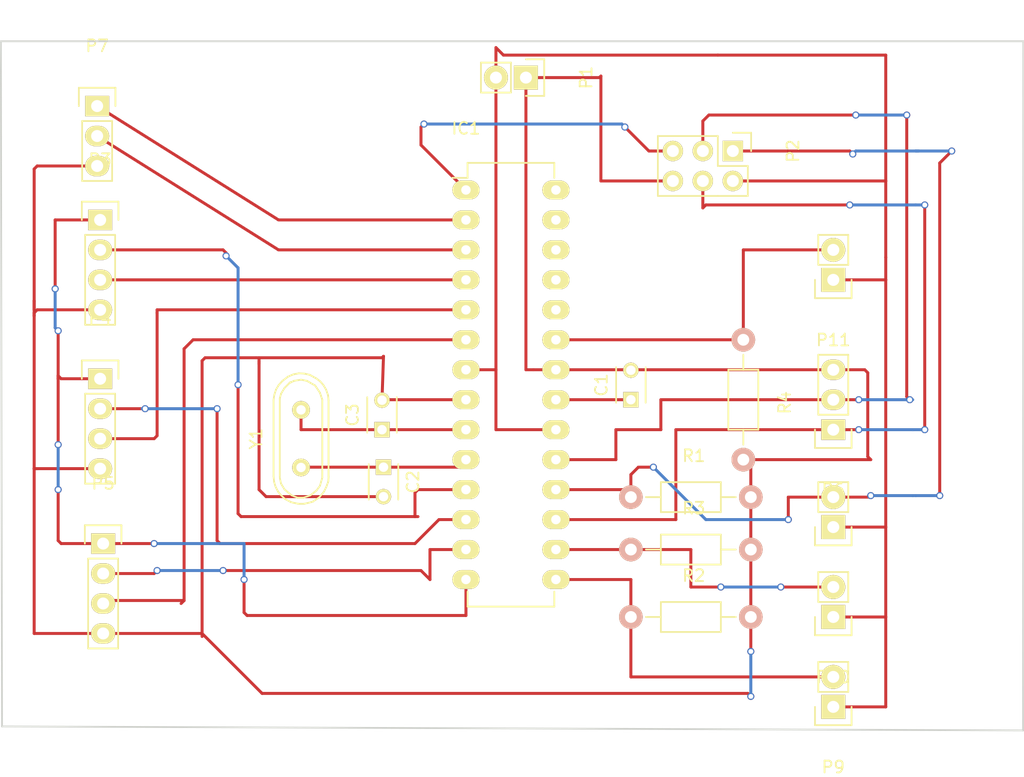
<source format=kicad_pcb>
(kicad_pcb (version 20171130) (host pcbnew "(5.1.12)-1")

  (general
    (thickness 1.6)
    (drawings 12)
    (tracks 244)
    (zones 0)
    (modules 20)
    (nets 27)
  )

  (page A4)
  (layers
    (0 F.Cu signal)
    (31 B.Cu signal)
    (32 B.Adhes user)
    (33 F.Adhes user)
    (34 B.Paste user)
    (35 F.Paste user)
    (36 B.SilkS user)
    (37 F.SilkS user)
    (38 B.Mask user)
    (39 F.Mask user)
    (40 Dwgs.User user)
    (41 Cmts.User user)
    (42 Eco1.User user)
    (43 Eco2.User user)
    (44 Edge.Cuts user)
    (45 Margin user)
    (46 B.CrtYd user)
    (47 F.CrtYd user)
    (48 B.Fab user)
    (49 F.Fab user)
  )

  (setup
    (last_trace_width 0.25)
    (trace_clearance 0.25)
    (zone_clearance 0.508)
    (zone_45_only no)
    (trace_min 0.2)
    (via_size 0.6)
    (via_drill 0.4)
    (via_min_size 0.4)
    (via_min_drill 0.3)
    (uvia_size 0.3)
    (uvia_drill 0.1)
    (uvias_allowed no)
    (uvia_min_size 0.2)
    (uvia_min_drill 0.1)
    (edge_width 0.15)
    (segment_width 0.2)
    (pcb_text_width 0.3)
    (pcb_text_size 1.5 1.5)
    (mod_edge_width 0.15)
    (mod_text_size 1 1)
    (mod_text_width 0.15)
    (pad_size 1.524 1.524)
    (pad_drill 0.762)
    (pad_to_mask_clearance 0.2)
    (aux_axis_origin 0 0)
    (visible_elements 7FFFFFFF)
    (pcbplotparams
      (layerselection 0x00030_80000001)
      (usegerberextensions false)
      (usegerberattributes true)
      (usegerberadvancedattributes true)
      (creategerberjobfile true)
      (excludeedgelayer true)
      (linewidth 0.100000)
      (plotframeref false)
      (viasonmask false)
      (mode 1)
      (useauxorigin false)
      (hpglpennumber 1)
      (hpglpenspeed 20)
      (hpglpendiameter 15.000000)
      (psnegative false)
      (psa4output false)
      (plotreference true)
      (plotvalue true)
      (plotinvisibletext false)
      (padsonsilk false)
      (subtractmaskfromsilk false)
      (outputformat 1)
      (mirror false)
      (drillshape 1)
      (scaleselection 1)
      (outputdirectory ""))
  )

  (net 0 "")
  (net 1 "Net-(C1-Pad1)")
  (net 2 GND)
  (net 3 "Net-(C2-Pad1)")
  (net 4 "Net-(C3-Pad1)")
  (net 5 /RESET)
  (net 6 /Rx_int)
  (net 7 /Tx_int)
  (net 8 /step_X)
  (net 9 /step_Y)
  (net 10 /step_Z)
  (net 11 VCC)
  (net 12 /dir_X)
  (net 13 /dir_Y)
  (net 14 /dir_Z)
  (net 15 /enable)
  (net 16 /lim_X)
  (net 17 /lim_Y)
  (net 18 /MOSI)
  (net 19 /MISO)
  (net 20 /SCK)
  (net 21 /button_stop)
  (net 22 "Net-(IC1-Pad24)")
  (net 23 "Net-(IC1-Pad25)")
  (net 24 "Net-(IC1-Pad26)")
  (net 25 "Net-(IC1-Pad27)")
  (net 26 "Net-(IC1-Pad28)")

  (net_class Default "This is the default net class."
    (clearance 0.25)
    (trace_width 0.25)
    (via_dia 0.6)
    (via_drill 0.4)
    (uvia_dia 0.3)
    (uvia_drill 0.1)
    (add_net /MISO)
    (add_net /MOSI)
    (add_net /RESET)
    (add_net /Rx_int)
    (add_net /SCK)
    (add_net /Tx_int)
    (add_net /button_stop)
    (add_net /dir_X)
    (add_net /dir_Y)
    (add_net /dir_Z)
    (add_net /enable)
    (add_net /lim_X)
    (add_net /lim_Y)
    (add_net /step_X)
    (add_net /step_Y)
    (add_net /step_Z)
    (add_net GND)
    (add_net "Net-(C1-Pad1)")
    (add_net "Net-(C2-Pad1)")
    (add_net "Net-(C3-Pad1)")
    (add_net "Net-(IC1-Pad24)")
    (add_net "Net-(IC1-Pad25)")
    (add_net "Net-(IC1-Pad26)")
    (add_net "Net-(IC1-Pad27)")
    (add_net "Net-(IC1-Pad28)")
    (add_net VCC)
  )

  (module Capacitors_ThroughHole:C_Disc_D3_P2.5 (layer F.Cu) (tedit 0) (tstamp 562D4CEA)
    (at 170.18 76.2 90)
    (descr "Capacitor 3mm Disc, Pitch 2.5mm")
    (tags Capacitor)
    (path /562DC51F)
    (fp_text reference C1 (at 1.25 -2.5 90) (layer F.SilkS)
      (effects (font (size 1 1) (thickness 0.15)))
    )
    (fp_text value 100n (at 1.25 2.5 90) (layer F.Fab)
      (effects (font (size 1 1) (thickness 0.15)))
    )
    (fp_line (start 2.75 1.25) (end -0.25 1.25) (layer F.SilkS) (width 0.15))
    (fp_line (start -0.25 -1.25) (end 2.75 -1.25) (layer F.SilkS) (width 0.15))
    (fp_line (start -0.9 1.5) (end -0.9 -1.5) (layer F.CrtYd) (width 0.05))
    (fp_line (start 3.4 1.5) (end -0.9 1.5) (layer F.CrtYd) (width 0.05))
    (fp_line (start 3.4 -1.5) (end 3.4 1.5) (layer F.CrtYd) (width 0.05))
    (fp_line (start -0.9 -1.5) (end 3.4 -1.5) (layer F.CrtYd) (width 0.05))
    (pad 1 thru_hole rect (at 0 0 90) (size 1.3 1.3) (drill 0.8) (layers *.Cu *.Mask F.SilkS)
      (net 1 "Net-(C1-Pad1)"))
    (pad 2 thru_hole circle (at 2.5 0 90) (size 1.3 1.3) (drill 0.8001) (layers *.Cu *.Mask F.SilkS)
      (net 2 GND))
    (model Capacitors_ThroughHole.3dshapes/C_Disc_D3_P2.5.wrl
      (offset (xyz 1.250000021226883 0 0))
      (scale (xyz 1 1 1))
      (rotate (xyz 0 0 0))
    )
  )

  (module Capacitors_ThroughHole:C_Disc_D3_P2.5 (layer F.Cu) (tedit 562D4F08) (tstamp 562D4CF6)
    (at 149.225 81.915 270)
    (descr "Capacitor 3mm Disc, Pitch 2.5mm")
    (tags Capacitor)
    (path /562AAB38)
    (fp_text reference C2 (at 1.25 -2.5 270) (layer F.SilkS)
      (effects (font (size 1 1) (thickness 0.15)))
    )
    (fp_text value "22 pF" (at 1.27 2.54 270) (layer F.Fab)
      (effects (font (size 1 1) (thickness 0.15)))
    )
    (fp_line (start 2.75 1.25) (end -0.25 1.25) (layer F.SilkS) (width 0.15))
    (fp_line (start -0.25 -1.25) (end 2.75 -1.25) (layer F.SilkS) (width 0.15))
    (fp_line (start -0.9 1.5) (end -0.9 -1.5) (layer F.CrtYd) (width 0.05))
    (fp_line (start 3.4 1.5) (end -0.9 1.5) (layer F.CrtYd) (width 0.05))
    (fp_line (start 3.4 -1.5) (end 3.4 1.5) (layer F.CrtYd) (width 0.05))
    (fp_line (start -0.9 -1.5) (end 3.4 -1.5) (layer F.CrtYd) (width 0.05))
    (pad 1 thru_hole rect (at 0 0 270) (size 1.3 1.3) (drill 0.8) (layers *.Cu *.Mask F.SilkS)
      (net 3 "Net-(C2-Pad1)"))
    (pad 2 thru_hole circle (at 2.5 0 270) (size 1.3 1.3) (drill 0.8001) (layers *.Cu *.Mask F.SilkS)
      (net 2 GND))
    (model Capacitors_ThroughHole.3dshapes/C_Disc_D3_P2.5.wrl
      (offset (xyz 1.250000021226883 0 0))
      (scale (xyz 1 1 1))
      (rotate (xyz 0 0 0))
    )
  )

  (module Capacitors_ThroughHole:C_Disc_D3_P2.5 (layer F.Cu) (tedit 562D4C90) (tstamp 562D4D02)
    (at 149.098 78.74 90)
    (descr "Capacitor 3mm Disc, Pitch 2.5mm")
    (tags Capacitor)
    (path /562AAE12)
    (fp_text reference C3 (at 1.25 -2.5 90) (layer F.SilkS)
      (effects (font (size 1 1) (thickness 0.15)))
    )
    (fp_text value "22 pF" (at 1.27 2.54 90) (layer F.Fab)
      (effects (font (size 1 1) (thickness 0.15)))
    )
    (fp_line (start 2.75 1.25) (end -0.25 1.25) (layer F.SilkS) (width 0.15))
    (fp_line (start -0.25 -1.25) (end 2.75 -1.25) (layer F.SilkS) (width 0.15))
    (fp_line (start -0.9 1.5) (end -0.9 -1.5) (layer F.CrtYd) (width 0.05))
    (fp_line (start 3.4 1.5) (end -0.9 1.5) (layer F.CrtYd) (width 0.05))
    (fp_line (start 3.4 -1.5) (end 3.4 1.5) (layer F.CrtYd) (width 0.05))
    (fp_line (start -0.9 -1.5) (end 3.4 -1.5) (layer F.CrtYd) (width 0.05))
    (pad 1 thru_hole rect (at 0 0 90) (size 1.3 1.3) (drill 0.8) (layers *.Cu *.Mask F.SilkS)
      (net 4 "Net-(C3-Pad1)"))
    (pad 2 thru_hole circle (at 2.5 0 90) (size 1.3 1.3) (drill 0.8001) (layers *.Cu *.Mask F.SilkS)
      (net 2 GND))
    (model Capacitors_ThroughHole.3dshapes/C_Disc_D3_P2.5.wrl
      (offset (xyz 1.250000021226883 0 0))
      (scale (xyz 1 1 1))
      (rotate (xyz 0 0 0))
    )
  )

  (module Housings_DIP:DIP-28_W7.62mm_LongPads (layer F.Cu) (tedit 54130A77) (tstamp 562D4D2D)
    (at 156.21 58.42)
    (descr "28-lead dip package, row spacing 7.62 mm (300 mils), longer pads")
    (tags "dil dip 2.54 300")
    (path /562A82A8)
    (fp_text reference IC1 (at 0 -5.22) (layer F.SilkS)
      (effects (font (size 1 1) (thickness 0.15)))
    )
    (fp_text value ATMEGA328-P (at 0 -3.72) (layer F.Fab)
      (effects (font (size 1 1) (thickness 0.15)))
    )
    (fp_line (start 0.135 -1.025) (end -1.15 -1.025) (layer F.SilkS) (width 0.15))
    (fp_line (start 0.135 35.315) (end 7.485 35.315) (layer F.SilkS) (width 0.15))
    (fp_line (start 0.135 -2.295) (end 7.485 -2.295) (layer F.SilkS) (width 0.15))
    (fp_line (start 0.135 35.315) (end 0.135 34.045) (layer F.SilkS) (width 0.15))
    (fp_line (start 7.485 35.315) (end 7.485 34.045) (layer F.SilkS) (width 0.15))
    (fp_line (start 7.485 -2.295) (end 7.485 -1.025) (layer F.SilkS) (width 0.15))
    (fp_line (start 0.135 -2.295) (end 0.135 -1.025) (layer F.SilkS) (width 0.15))
    (fp_line (start -1.4 35.5) (end 9 35.5) (layer F.CrtYd) (width 0.05))
    (fp_line (start -1.4 -2.45) (end 9 -2.45) (layer F.CrtYd) (width 0.05))
    (fp_line (start 9 -2.45) (end 9 35.5) (layer F.CrtYd) (width 0.05))
    (fp_line (start -1.4 -2.45) (end -1.4 35.5) (layer F.CrtYd) (width 0.05))
    (pad 1 thru_hole oval (at 0 0) (size 2.3 1.6) (drill 0.8) (layers *.Cu *.Mask F.SilkS)
      (net 5 /RESET))
    (pad 2 thru_hole oval (at 0 2.54) (size 2.3 1.6) (drill 0.8) (layers *.Cu *.Mask F.SilkS)
      (net 6 /Rx_int))
    (pad 3 thru_hole oval (at 0 5.08) (size 2.3 1.6) (drill 0.8) (layers *.Cu *.Mask F.SilkS)
      (net 7 /Tx_int))
    (pad 4 thru_hole oval (at 0 7.62) (size 2.3 1.6) (drill 0.8) (layers *.Cu *.Mask F.SilkS)
      (net 8 /step_X))
    (pad 5 thru_hole oval (at 0 10.16) (size 2.3 1.6) (drill 0.8) (layers *.Cu *.Mask F.SilkS)
      (net 9 /step_Y))
    (pad 6 thru_hole oval (at 0 12.7) (size 2.3 1.6) (drill 0.8) (layers *.Cu *.Mask F.SilkS)
      (net 10 /step_Z))
    (pad 7 thru_hole oval (at 0 15.24) (size 2.3 1.6) (drill 0.8) (layers *.Cu *.Mask F.SilkS)
      (net 11 VCC))
    (pad 8 thru_hole oval (at 0 17.78) (size 2.3 1.6) (drill 0.8) (layers *.Cu *.Mask F.SilkS)
      (net 2 GND))
    (pad 9 thru_hole oval (at 0 20.32) (size 2.3 1.6) (drill 0.8) (layers *.Cu *.Mask F.SilkS)
      (net 4 "Net-(C3-Pad1)"))
    (pad 10 thru_hole oval (at 0 22.86) (size 2.3 1.6) (drill 0.8) (layers *.Cu *.Mask F.SilkS)
      (net 3 "Net-(C2-Pad1)"))
    (pad 11 thru_hole oval (at 0 25.4) (size 2.3 1.6) (drill 0.8) (layers *.Cu *.Mask F.SilkS)
      (net 12 /dir_X))
    (pad 12 thru_hole oval (at 0 27.94) (size 2.3 1.6) (drill 0.8) (layers *.Cu *.Mask F.SilkS)
      (net 13 /dir_Y))
    (pad 13 thru_hole oval (at 0 30.48) (size 2.3 1.6) (drill 0.8) (layers *.Cu *.Mask F.SilkS)
      (net 14 /dir_Z))
    (pad 14 thru_hole oval (at 0 33.02) (size 2.3 1.6) (drill 0.8) (layers *.Cu *.Mask F.SilkS)
      (net 15 /enable))
    (pad 15 thru_hole oval (at 7.62 33.02) (size 2.3 1.6) (drill 0.8) (layers *.Cu *.Mask F.SilkS)
      (net 16 /lim_X))
    (pad 16 thru_hole oval (at 7.62 30.48) (size 2.3 1.6) (drill 0.8) (layers *.Cu *.Mask F.SilkS)
      (net 17 /lim_Y))
    (pad 17 thru_hole oval (at 7.62 27.94) (size 2.3 1.6) (drill 0.8) (layers *.Cu *.Mask F.SilkS)
      (net 18 /MOSI))
    (pad 18 thru_hole oval (at 7.62 25.4) (size 2.3 1.6) (drill 0.8) (layers *.Cu *.Mask F.SilkS)
      (net 19 /MISO))
    (pad 19 thru_hole oval (at 7.62 22.86) (size 2.3 1.6) (drill 0.8) (layers *.Cu *.Mask F.SilkS)
      (net 20 /SCK))
    (pad 20 thru_hole oval (at 7.62 20.32) (size 2.3 1.6) (drill 0.8) (layers *.Cu *.Mask F.SilkS)
      (net 11 VCC))
    (pad 21 thru_hole oval (at 7.62 17.78) (size 2.3 1.6) (drill 0.8) (layers *.Cu *.Mask F.SilkS)
      (net 1 "Net-(C1-Pad1)"))
    (pad 22 thru_hole oval (at 7.62 15.24) (size 2.3 1.6) (drill 0.8) (layers *.Cu *.Mask F.SilkS)
      (net 2 GND))
    (pad 23 thru_hole oval (at 7.62 12.7) (size 2.3 1.6) (drill 0.8) (layers *.Cu *.Mask F.SilkS)
      (net 21 /button_stop))
    (pad 24 thru_hole oval (at 7.62 10.16) (size 2.3 1.6) (drill 0.8) (layers *.Cu *.Mask F.SilkS)
      (net 22 "Net-(IC1-Pad24)"))
    (pad 25 thru_hole oval (at 7.62 7.62) (size 2.3 1.6) (drill 0.8) (layers *.Cu *.Mask F.SilkS)
      (net 23 "Net-(IC1-Pad25)"))
    (pad 26 thru_hole oval (at 7.62 5.08) (size 2.3 1.6) (drill 0.8) (layers *.Cu *.Mask F.SilkS)
      (net 24 "Net-(IC1-Pad26)"))
    (pad 27 thru_hole oval (at 7.62 2.54) (size 2.3 1.6) (drill 0.8) (layers *.Cu *.Mask F.SilkS)
      (net 25 "Net-(IC1-Pad27)"))
    (pad 28 thru_hole oval (at 7.62 0) (size 2.3 1.6) (drill 0.8) (layers *.Cu *.Mask F.SilkS)
      (net 26 "Net-(IC1-Pad28)"))
    (model Housings_DIP.3dshapes/DIP-28_W7.62mm_LongPads.wrl
      (at (xyz 0 0 0))
      (scale (xyz 1 1 1))
      (rotate (xyz 0 0 0))
    )
  )

  (module Pin_Headers:Pin_Header_Straight_1x02 (layer F.Cu) (tedit 54EA090C) (tstamp 562D4D3E)
    (at 161.29 48.895 270)
    (descr "Through hole pin header")
    (tags "pin header")
    (path /562B588F)
    (fp_text reference P1 (at 0 -5.1 270) (layer F.SilkS)
      (effects (font (size 1 1) (thickness 0.15)))
    )
    (fp_text value CONN_5V (at 0 -3.1 270) (layer F.Fab)
      (effects (font (size 1 1) (thickness 0.15)))
    )
    (fp_line (start -1.27 3.81) (end 1.27 3.81) (layer F.SilkS) (width 0.15))
    (fp_line (start -1.27 1.27) (end -1.27 3.81) (layer F.SilkS) (width 0.15))
    (fp_line (start -1.55 -1.55) (end 1.55 -1.55) (layer F.SilkS) (width 0.15))
    (fp_line (start -1.55 0) (end -1.55 -1.55) (layer F.SilkS) (width 0.15))
    (fp_line (start 1.27 1.27) (end -1.27 1.27) (layer F.SilkS) (width 0.15))
    (fp_line (start -1.75 4.3) (end 1.75 4.3) (layer F.CrtYd) (width 0.05))
    (fp_line (start -1.75 -1.75) (end 1.75 -1.75) (layer F.CrtYd) (width 0.05))
    (fp_line (start 1.75 -1.75) (end 1.75 4.3) (layer F.CrtYd) (width 0.05))
    (fp_line (start -1.75 -1.75) (end -1.75 4.3) (layer F.CrtYd) (width 0.05))
    (fp_line (start 1.55 -1.55) (end 1.55 0) (layer F.SilkS) (width 0.15))
    (fp_line (start 1.27 1.27) (end 1.27 3.81) (layer F.SilkS) (width 0.15))
    (pad 1 thru_hole rect (at 0 0 270) (size 2.032 2.032) (drill 1.016) (layers *.Cu *.Mask F.SilkS)
      (net 2 GND))
    (pad 2 thru_hole oval (at 0 2.54 270) (size 2.032 2.032) (drill 1.016) (layers *.Cu *.Mask F.SilkS)
      (net 11 VCC))
    (model Pin_Headers.3dshapes/Pin_Header_Straight_1x02.wrl
      (offset (xyz 0 -1.269999980926514 0))
      (scale (xyz 1 1 1))
      (rotate (xyz 0 0 90))
    )
  )

  (module Pin_Headers:Pin_Header_Straight_2x03 (layer F.Cu) (tedit 54EA0A4B) (tstamp 562D4D55)
    (at 178.816 55.118 270)
    (descr "Through hole pin header")
    (tags "pin header")
    (path /562B8440)
    (fp_text reference P2 (at 0 -5.1 270) (layer F.SilkS)
      (effects (font (size 1 1) (thickness 0.15)))
    )
    (fp_text value CONN_02X03 (at 0 -3.1 270) (layer F.Fab)
      (effects (font (size 1 1) (thickness 0.15)))
    )
    (fp_line (start 3.81 1.27) (end 3.81 -1.27) (layer F.SilkS) (width 0.15))
    (fp_line (start 3.81 -1.27) (end 1.27 -1.27) (layer F.SilkS) (width 0.15))
    (fp_line (start -1.55 -1.55) (end -1.55 0) (layer F.SilkS) (width 0.15))
    (fp_line (start 3.81 6.35) (end 3.81 1.27) (layer F.SilkS) (width 0.15))
    (fp_line (start -1.27 6.35) (end 3.81 6.35) (layer F.SilkS) (width 0.15))
    (fp_line (start 1.27 1.27) (end -1.27 1.27) (layer F.SilkS) (width 0.15))
    (fp_line (start 1.27 -1.27) (end 1.27 1.27) (layer F.SilkS) (width 0.15))
    (fp_line (start -1.75 6.85) (end 4.3 6.85) (layer F.CrtYd) (width 0.05))
    (fp_line (start -1.75 -1.75) (end 4.3 -1.75) (layer F.CrtYd) (width 0.05))
    (fp_line (start 4.3 -1.75) (end 4.3 6.85) (layer F.CrtYd) (width 0.05))
    (fp_line (start -1.75 -1.75) (end -1.75 6.85) (layer F.CrtYd) (width 0.05))
    (fp_line (start -1.55 -1.55) (end 0 -1.55) (layer F.SilkS) (width 0.15))
    (fp_line (start -1.27 1.27) (end -1.27 6.35) (layer F.SilkS) (width 0.15))
    (pad 1 thru_hole rect (at 0 0 270) (size 1.7272 1.7272) (drill 1.016) (layers *.Cu *.Mask F.SilkS)
      (net 19 /MISO))
    (pad 2 thru_hole oval (at 2.54 0 270) (size 1.7272 1.7272) (drill 1.016) (layers *.Cu *.Mask F.SilkS)
      (net 11 VCC))
    (pad 3 thru_hole oval (at 0 2.54 270) (size 1.7272 1.7272) (drill 1.016) (layers *.Cu *.Mask F.SilkS)
      (net 20 /SCK))
    (pad 4 thru_hole oval (at 2.54 2.54 270) (size 1.7272 1.7272) (drill 1.016) (layers *.Cu *.Mask F.SilkS)
      (net 18 /MOSI))
    (pad 5 thru_hole oval (at 0 5.08 270) (size 1.7272 1.7272) (drill 1.016) (layers *.Cu *.Mask F.SilkS)
      (net 5 /RESET))
    (pad 6 thru_hole oval (at 2.54 5.08 270) (size 1.7272 1.7272) (drill 1.016) (layers *.Cu *.Mask F.SilkS)
      (net 2 GND))
    (model Pin_Headers.3dshapes/Pin_Header_Straight_2x03.wrl
      (offset (xyz 1.269999980926514 -2.539999961853027 0))
      (scale (xyz 1 1 1))
      (rotate (xyz 0 0 90))
    )
  )

  (module Pin_Headers:Pin_Header_Straight_1x04 (layer F.Cu) (tedit 0) (tstamp 562D4D68)
    (at 125.222 60.96)
    (descr "Through hole pin header")
    (tags "pin header")
    (path /562A87F6)
    (fp_text reference P3 (at 0 -5.1) (layer F.SilkS)
      (effects (font (size 1 1) (thickness 0.15)))
    )
    (fp_text value CONN_EJE_X (at 0 -3.1) (layer F.Fab)
      (effects (font (size 1 1) (thickness 0.15)))
    )
    (fp_line (start -1.55 -1.55) (end 1.55 -1.55) (layer F.SilkS) (width 0.15))
    (fp_line (start -1.55 0) (end -1.55 -1.55) (layer F.SilkS) (width 0.15))
    (fp_line (start 1.27 1.27) (end -1.27 1.27) (layer F.SilkS) (width 0.15))
    (fp_line (start -1.27 8.89) (end 1.27 8.89) (layer F.SilkS) (width 0.15))
    (fp_line (start 1.55 -1.55) (end 1.55 0) (layer F.SilkS) (width 0.15))
    (fp_line (start 1.27 1.27) (end 1.27 8.89) (layer F.SilkS) (width 0.15))
    (fp_line (start -1.27 1.27) (end -1.27 8.89) (layer F.SilkS) (width 0.15))
    (fp_line (start -1.75 9.4) (end 1.75 9.4) (layer F.CrtYd) (width 0.05))
    (fp_line (start -1.75 -1.75) (end 1.75 -1.75) (layer F.CrtYd) (width 0.05))
    (fp_line (start 1.75 -1.75) (end 1.75 9.4) (layer F.CrtYd) (width 0.05))
    (fp_line (start -1.75 -1.75) (end -1.75 9.4) (layer F.CrtYd) (width 0.05))
    (pad 1 thru_hole rect (at 0 0) (size 2.032 1.7272) (drill 1.016) (layers *.Cu *.Mask F.SilkS)
      (net 15 /enable))
    (pad 2 thru_hole oval (at 0 2.54) (size 2.032 1.7272) (drill 1.016) (layers *.Cu *.Mask F.SilkS)
      (net 12 /dir_X))
    (pad 3 thru_hole oval (at 0 5.08) (size 2.032 1.7272) (drill 1.016) (layers *.Cu *.Mask F.SilkS)
      (net 8 /step_X))
    (pad 4 thru_hole oval (at 0 7.62) (size 2.032 1.7272) (drill 1.016) (layers *.Cu *.Mask F.SilkS)
      (net 2 GND))
    (model Pin_Headers.3dshapes/Pin_Header_Straight_1x04.wrl
      (offset (xyz 0 -3.809999942779541 0))
      (scale (xyz 1 1 1))
      (rotate (xyz 0 0 90))
    )
  )

  (module Pin_Headers:Pin_Header_Straight_1x04 (layer F.Cu) (tedit 0) (tstamp 562D4D7B)
    (at 125.222 74.422)
    (descr "Through hole pin header")
    (tags "pin header")
    (path /562A86EB)
    (fp_text reference P4 (at 0 -5.1) (layer F.SilkS)
      (effects (font (size 1 1) (thickness 0.15)))
    )
    (fp_text value CONN_EJE_Y (at 0 -3.1) (layer F.Fab)
      (effects (font (size 1 1) (thickness 0.15)))
    )
    (fp_line (start -1.55 -1.55) (end 1.55 -1.55) (layer F.SilkS) (width 0.15))
    (fp_line (start -1.55 0) (end -1.55 -1.55) (layer F.SilkS) (width 0.15))
    (fp_line (start 1.27 1.27) (end -1.27 1.27) (layer F.SilkS) (width 0.15))
    (fp_line (start -1.27 8.89) (end 1.27 8.89) (layer F.SilkS) (width 0.15))
    (fp_line (start 1.55 -1.55) (end 1.55 0) (layer F.SilkS) (width 0.15))
    (fp_line (start 1.27 1.27) (end 1.27 8.89) (layer F.SilkS) (width 0.15))
    (fp_line (start -1.27 1.27) (end -1.27 8.89) (layer F.SilkS) (width 0.15))
    (fp_line (start -1.75 9.4) (end 1.75 9.4) (layer F.CrtYd) (width 0.05))
    (fp_line (start -1.75 -1.75) (end 1.75 -1.75) (layer F.CrtYd) (width 0.05))
    (fp_line (start 1.75 -1.75) (end 1.75 9.4) (layer F.CrtYd) (width 0.05))
    (fp_line (start -1.75 -1.75) (end -1.75 9.4) (layer F.CrtYd) (width 0.05))
    (pad 1 thru_hole rect (at 0 0) (size 2.032 1.7272) (drill 1.016) (layers *.Cu *.Mask F.SilkS)
      (net 15 /enable))
    (pad 2 thru_hole oval (at 0 2.54) (size 2.032 1.7272) (drill 1.016) (layers *.Cu *.Mask F.SilkS)
      (net 13 /dir_Y))
    (pad 3 thru_hole oval (at 0 5.08) (size 2.032 1.7272) (drill 1.016) (layers *.Cu *.Mask F.SilkS)
      (net 9 /step_Y))
    (pad 4 thru_hole oval (at 0 7.62) (size 2.032 1.7272) (drill 1.016) (layers *.Cu *.Mask F.SilkS)
      (net 2 GND))
    (model Pin_Headers.3dshapes/Pin_Header_Straight_1x04.wrl
      (offset (xyz 0 -3.809999942779541 0))
      (scale (xyz 1 1 1))
      (rotate (xyz 0 0 90))
    )
  )

  (module Pin_Headers:Pin_Header_Straight_1x04 (layer F.Cu) (tedit 0) (tstamp 562D4D8E)
    (at 125.476 88.392)
    (descr "Through hole pin header")
    (tags "pin header")
    (path /562A85F8)
    (fp_text reference P5 (at 0 -5.1) (layer F.SilkS)
      (effects (font (size 1 1) (thickness 0.15)))
    )
    (fp_text value CONN_EJE_Z (at 0 -3.1) (layer F.Fab)
      (effects (font (size 1 1) (thickness 0.15)))
    )
    (fp_line (start -1.55 -1.55) (end 1.55 -1.55) (layer F.SilkS) (width 0.15))
    (fp_line (start -1.55 0) (end -1.55 -1.55) (layer F.SilkS) (width 0.15))
    (fp_line (start 1.27 1.27) (end -1.27 1.27) (layer F.SilkS) (width 0.15))
    (fp_line (start -1.27 8.89) (end 1.27 8.89) (layer F.SilkS) (width 0.15))
    (fp_line (start 1.55 -1.55) (end 1.55 0) (layer F.SilkS) (width 0.15))
    (fp_line (start 1.27 1.27) (end 1.27 8.89) (layer F.SilkS) (width 0.15))
    (fp_line (start -1.27 1.27) (end -1.27 8.89) (layer F.SilkS) (width 0.15))
    (fp_line (start -1.75 9.4) (end 1.75 9.4) (layer F.CrtYd) (width 0.05))
    (fp_line (start -1.75 -1.75) (end 1.75 -1.75) (layer F.CrtYd) (width 0.05))
    (fp_line (start 1.75 -1.75) (end 1.75 9.4) (layer F.CrtYd) (width 0.05))
    (fp_line (start -1.75 -1.75) (end -1.75 9.4) (layer F.CrtYd) (width 0.05))
    (pad 1 thru_hole rect (at 0 0) (size 2.032 1.7272) (drill 1.016) (layers *.Cu *.Mask F.SilkS)
      (net 15 /enable))
    (pad 2 thru_hole oval (at 0 2.54) (size 2.032 1.7272) (drill 1.016) (layers *.Cu *.Mask F.SilkS)
      (net 14 /dir_Z))
    (pad 3 thru_hole oval (at 0 5.08) (size 2.032 1.7272) (drill 1.016) (layers *.Cu *.Mask F.SilkS)
      (net 10 /step_Z))
    (pad 4 thru_hole oval (at 0 7.62) (size 2.032 1.7272) (drill 1.016) (layers *.Cu *.Mask F.SilkS)
      (net 2 GND))
    (model Pin_Headers.3dshapes/Pin_Header_Straight_1x04.wrl
      (offset (xyz 0 -3.809999942779541 0))
      (scale (xyz 1 1 1))
      (rotate (xyz 0 0 90))
    )
  )

  (module Pin_Headers:Pin_Header_Straight_1x03 (layer F.Cu) (tedit 0) (tstamp 562D4DA0)
    (at 187.325 78.74 180)
    (descr "Through hole pin header")
    (tags "pin header")
    (path /562A97EA)
    (fp_text reference P6 (at 0 -5.1 180) (layer F.SilkS)
      (effects (font (size 1 1) (thickness 0.15)))
    )
    (fp_text value CONN_HUS (at 0 -3.1 180) (layer F.Fab)
      (effects (font (size 1 1) (thickness 0.15)))
    )
    (fp_line (start -1.55 -1.55) (end 1.55 -1.55) (layer F.SilkS) (width 0.15))
    (fp_line (start -1.55 0) (end -1.55 -1.55) (layer F.SilkS) (width 0.15))
    (fp_line (start 1.27 1.27) (end -1.27 1.27) (layer F.SilkS) (width 0.15))
    (fp_line (start 1.55 -1.55) (end 1.55 0) (layer F.SilkS) (width 0.15))
    (fp_line (start 1.27 6.35) (end 1.27 1.27) (layer F.SilkS) (width 0.15))
    (fp_line (start -1.27 6.35) (end 1.27 6.35) (layer F.SilkS) (width 0.15))
    (fp_line (start -1.27 1.27) (end -1.27 6.35) (layer F.SilkS) (width 0.15))
    (fp_line (start -1.75 6.85) (end 1.75 6.85) (layer F.CrtYd) (width 0.05))
    (fp_line (start -1.75 -1.75) (end 1.75 -1.75) (layer F.CrtYd) (width 0.05))
    (fp_line (start 1.75 -1.75) (end 1.75 6.85) (layer F.CrtYd) (width 0.05))
    (fp_line (start -1.75 -1.75) (end -1.75 6.85) (layer F.CrtYd) (width 0.05))
    (pad 1 thru_hole rect (at 0 0 180) (size 2.032 1.7272) (drill 1.016) (layers *.Cu *.Mask F.SilkS)
      (net 18 /MOSI))
    (pad 2 thru_hole oval (at 0 2.54 180) (size 2.032 1.7272) (drill 1.016) (layers *.Cu *.Mask F.SilkS)
      (net 20 /SCK))
    (pad 3 thru_hole oval (at 0 5.08 180) (size 2.032 1.7272) (drill 1.016) (layers *.Cu *.Mask F.SilkS)
      (net 2 GND))
    (model Pin_Headers.3dshapes/Pin_Header_Straight_1x03.wrl
      (offset (xyz 0 -2.539999961853027 0))
      (scale (xyz 1 1 1))
      (rotate (xyz 0 0 90))
    )
  )

  (module Pin_Headers:Pin_Header_Straight_1x03 (layer F.Cu) (tedit 0) (tstamp 562D4DB2)
    (at 124.968 51.308)
    (descr "Through hole pin header")
    (tags "pin header")
    (path /562A9970)
    (fp_text reference P7 (at 0 -5.1) (layer F.SilkS)
      (effects (font (size 1 1) (thickness 0.15)))
    )
    (fp_text value CONN_UART (at 0 -3.1) (layer F.Fab)
      (effects (font (size 1 1) (thickness 0.15)))
    )
    (fp_line (start -1.55 -1.55) (end 1.55 -1.55) (layer F.SilkS) (width 0.15))
    (fp_line (start -1.55 0) (end -1.55 -1.55) (layer F.SilkS) (width 0.15))
    (fp_line (start 1.27 1.27) (end -1.27 1.27) (layer F.SilkS) (width 0.15))
    (fp_line (start 1.55 -1.55) (end 1.55 0) (layer F.SilkS) (width 0.15))
    (fp_line (start 1.27 6.35) (end 1.27 1.27) (layer F.SilkS) (width 0.15))
    (fp_line (start -1.27 6.35) (end 1.27 6.35) (layer F.SilkS) (width 0.15))
    (fp_line (start -1.27 1.27) (end -1.27 6.35) (layer F.SilkS) (width 0.15))
    (fp_line (start -1.75 6.85) (end 1.75 6.85) (layer F.CrtYd) (width 0.05))
    (fp_line (start -1.75 -1.75) (end 1.75 -1.75) (layer F.CrtYd) (width 0.05))
    (fp_line (start 1.75 -1.75) (end 1.75 6.85) (layer F.CrtYd) (width 0.05))
    (fp_line (start -1.75 -1.75) (end -1.75 6.85) (layer F.CrtYd) (width 0.05))
    (pad 1 thru_hole rect (at 0 0) (size 2.032 1.7272) (drill 1.016) (layers *.Cu *.Mask F.SilkS)
      (net 6 /Rx_int))
    (pad 2 thru_hole oval (at 0 2.54) (size 2.032 1.7272) (drill 1.016) (layers *.Cu *.Mask F.SilkS)
      (net 7 /Tx_int))
    (pad 3 thru_hole oval (at 0 5.08) (size 2.032 1.7272) (drill 1.016) (layers *.Cu *.Mask F.SilkS)
      (net 2 GND))
    (model Pin_Headers.3dshapes/Pin_Header_Straight_1x03.wrl
      (offset (xyz 0 -2.539999961853027 0))
      (scale (xyz 1 1 1))
      (rotate (xyz 0 0 90))
    )
  )

  (module Pin_Headers:Pin_Header_Straight_1x02 (layer F.Cu) (tedit 54EA090C) (tstamp 562D4DC3)
    (at 187.325 86.995 180)
    (descr "Through hole pin header")
    (tags "pin header")
    (path /562AE461)
    (fp_text reference P8 (at 0 -5.1 180) (layer F.SilkS)
      (effects (font (size 1 1) (thickness 0.15)))
    )
    (fp_text value CONN_LIM_Z (at 0 -3.1 180) (layer F.Fab)
      (effects (font (size 1 1) (thickness 0.15)))
    )
    (fp_line (start -1.27 3.81) (end 1.27 3.81) (layer F.SilkS) (width 0.15))
    (fp_line (start -1.27 1.27) (end -1.27 3.81) (layer F.SilkS) (width 0.15))
    (fp_line (start -1.55 -1.55) (end 1.55 -1.55) (layer F.SilkS) (width 0.15))
    (fp_line (start -1.55 0) (end -1.55 -1.55) (layer F.SilkS) (width 0.15))
    (fp_line (start 1.27 1.27) (end -1.27 1.27) (layer F.SilkS) (width 0.15))
    (fp_line (start -1.75 4.3) (end 1.75 4.3) (layer F.CrtYd) (width 0.05))
    (fp_line (start -1.75 -1.75) (end 1.75 -1.75) (layer F.CrtYd) (width 0.05))
    (fp_line (start 1.75 -1.75) (end 1.75 4.3) (layer F.CrtYd) (width 0.05))
    (fp_line (start -1.75 -1.75) (end -1.75 4.3) (layer F.CrtYd) (width 0.05))
    (fp_line (start 1.55 -1.55) (end 1.55 0) (layer F.SilkS) (width 0.15))
    (fp_line (start 1.27 1.27) (end 1.27 3.81) (layer F.SilkS) (width 0.15))
    (pad 1 thru_hole rect (at 0 0 180) (size 2.032 2.032) (drill 1.016) (layers *.Cu *.Mask F.SilkS)
      (net 11 VCC))
    (pad 2 thru_hole oval (at 0 2.54 180) (size 2.032 2.032) (drill 1.016) (layers *.Cu *.Mask F.SilkS)
      (net 19 /MISO))
    (model Pin_Headers.3dshapes/Pin_Header_Straight_1x02.wrl
      (offset (xyz 0 -1.269999980926514 0))
      (scale (xyz 1 1 1))
      (rotate (xyz 0 0 90))
    )
  )

  (module Pin_Headers:Pin_Header_Straight_1x02 (layer F.Cu) (tedit 54EA090C) (tstamp 562D4DD4)
    (at 187.325 102.235 180)
    (descr "Through hole pin header")
    (tags "pin header")
    (path /562ABEF1)
    (fp_text reference P9 (at 0 -5.1 180) (layer F.SilkS)
      (effects (font (size 1 1) (thickness 0.15)))
    )
    (fp_text value CONN_LIM_X (at 0 -3.1 180) (layer F.Fab)
      (effects (font (size 1 1) (thickness 0.15)))
    )
    (fp_line (start -1.27 3.81) (end 1.27 3.81) (layer F.SilkS) (width 0.15))
    (fp_line (start -1.27 1.27) (end -1.27 3.81) (layer F.SilkS) (width 0.15))
    (fp_line (start -1.55 -1.55) (end 1.55 -1.55) (layer F.SilkS) (width 0.15))
    (fp_line (start -1.55 0) (end -1.55 -1.55) (layer F.SilkS) (width 0.15))
    (fp_line (start 1.27 1.27) (end -1.27 1.27) (layer F.SilkS) (width 0.15))
    (fp_line (start -1.75 4.3) (end 1.75 4.3) (layer F.CrtYd) (width 0.05))
    (fp_line (start -1.75 -1.75) (end 1.75 -1.75) (layer F.CrtYd) (width 0.05))
    (fp_line (start 1.75 -1.75) (end 1.75 4.3) (layer F.CrtYd) (width 0.05))
    (fp_line (start -1.75 -1.75) (end -1.75 4.3) (layer F.CrtYd) (width 0.05))
    (fp_line (start 1.55 -1.55) (end 1.55 0) (layer F.SilkS) (width 0.15))
    (fp_line (start 1.27 1.27) (end 1.27 3.81) (layer F.SilkS) (width 0.15))
    (pad 1 thru_hole rect (at 0 0 180) (size 2.032 2.032) (drill 1.016) (layers *.Cu *.Mask F.SilkS)
      (net 11 VCC))
    (pad 2 thru_hole oval (at 0 2.54 180) (size 2.032 2.032) (drill 1.016) (layers *.Cu *.Mask F.SilkS)
      (net 16 /lim_X))
    (model Pin_Headers.3dshapes/Pin_Header_Straight_1x02.wrl
      (offset (xyz 0 -1.269999980926514 0))
      (scale (xyz 1 1 1))
      (rotate (xyz 0 0 90))
    )
  )

  (module Pin_Headers:Pin_Header_Straight_1x02 (layer F.Cu) (tedit 54EA090C) (tstamp 562D4DE5)
    (at 187.325 94.615 180)
    (descr "Through hole pin header")
    (tags "pin header")
    (path /562AE349)
    (fp_text reference P10 (at 0 -5.1 180) (layer F.SilkS)
      (effects (font (size 1 1) (thickness 0.15)))
    )
    (fp_text value CONN_LIM_Y (at 0 -3.1 180) (layer F.Fab)
      (effects (font (size 1 1) (thickness 0.15)))
    )
    (fp_line (start -1.27 3.81) (end 1.27 3.81) (layer F.SilkS) (width 0.15))
    (fp_line (start -1.27 1.27) (end -1.27 3.81) (layer F.SilkS) (width 0.15))
    (fp_line (start -1.55 -1.55) (end 1.55 -1.55) (layer F.SilkS) (width 0.15))
    (fp_line (start -1.55 0) (end -1.55 -1.55) (layer F.SilkS) (width 0.15))
    (fp_line (start 1.27 1.27) (end -1.27 1.27) (layer F.SilkS) (width 0.15))
    (fp_line (start -1.75 4.3) (end 1.75 4.3) (layer F.CrtYd) (width 0.05))
    (fp_line (start -1.75 -1.75) (end 1.75 -1.75) (layer F.CrtYd) (width 0.05))
    (fp_line (start 1.75 -1.75) (end 1.75 4.3) (layer F.CrtYd) (width 0.05))
    (fp_line (start -1.75 -1.75) (end -1.75 4.3) (layer F.CrtYd) (width 0.05))
    (fp_line (start 1.55 -1.55) (end 1.55 0) (layer F.SilkS) (width 0.15))
    (fp_line (start 1.27 1.27) (end 1.27 3.81) (layer F.SilkS) (width 0.15))
    (pad 1 thru_hole rect (at 0 0 180) (size 2.032 2.032) (drill 1.016) (layers *.Cu *.Mask F.SilkS)
      (net 11 VCC))
    (pad 2 thru_hole oval (at 0 2.54 180) (size 2.032 2.032) (drill 1.016) (layers *.Cu *.Mask F.SilkS)
      (net 17 /lim_Y))
    (model Pin_Headers.3dshapes/Pin_Header_Straight_1x02.wrl
      (offset (xyz 0 -1.269999980926514 0))
      (scale (xyz 1 1 1))
      (rotate (xyz 0 0 90))
    )
  )

  (module Pin_Headers:Pin_Header_Straight_1x02 (layer F.Cu) (tedit 54EA090C) (tstamp 562D4DF6)
    (at 187.325 66.04 180)
    (descr "Through hole pin header")
    (tags "pin header")
    (path /562DD23C)
    (fp_text reference P11 (at 0 -5.1 180) (layer F.SilkS)
      (effects (font (size 1 1) (thickness 0.15)))
    )
    (fp_text value CONN_E_STOP (at 0 -3.1 180) (layer F.Fab)
      (effects (font (size 1 1) (thickness 0.15)))
    )
    (fp_line (start -1.27 3.81) (end 1.27 3.81) (layer F.SilkS) (width 0.15))
    (fp_line (start -1.27 1.27) (end -1.27 3.81) (layer F.SilkS) (width 0.15))
    (fp_line (start -1.55 -1.55) (end 1.55 -1.55) (layer F.SilkS) (width 0.15))
    (fp_line (start -1.55 0) (end -1.55 -1.55) (layer F.SilkS) (width 0.15))
    (fp_line (start 1.27 1.27) (end -1.27 1.27) (layer F.SilkS) (width 0.15))
    (fp_line (start -1.75 4.3) (end 1.75 4.3) (layer F.CrtYd) (width 0.05))
    (fp_line (start -1.75 -1.75) (end 1.75 -1.75) (layer F.CrtYd) (width 0.05))
    (fp_line (start 1.75 -1.75) (end 1.75 4.3) (layer F.CrtYd) (width 0.05))
    (fp_line (start -1.75 -1.75) (end -1.75 4.3) (layer F.CrtYd) (width 0.05))
    (fp_line (start 1.55 -1.55) (end 1.55 0) (layer F.SilkS) (width 0.15))
    (fp_line (start 1.27 1.27) (end 1.27 3.81) (layer F.SilkS) (width 0.15))
    (pad 1 thru_hole rect (at 0 0 180) (size 2.032 2.032) (drill 1.016) (layers *.Cu *.Mask F.SilkS)
      (net 11 VCC))
    (pad 2 thru_hole oval (at 0 2.54 180) (size 2.032 2.032) (drill 1.016) (layers *.Cu *.Mask F.SilkS)
      (net 21 /button_stop))
    (model Pin_Headers.3dshapes/Pin_Header_Straight_1x02.wrl
      (offset (xyz 0 -1.269999980926514 0))
      (scale (xyz 1 1 1))
      (rotate (xyz 0 0 90))
    )
  )

  (module Resistors_ThroughHole:Resistor_Horizontal_RM10mm (layer F.Cu) (tedit 53F56209) (tstamp 562D4E02)
    (at 175.26 84.455)
    (descr "Resistor, Axial,  RM 10mm, 1/3W,")
    (tags "Resistor, Axial, RM 10mm, 1/3W,")
    (path /562AE46A)
    (fp_text reference R1 (at 0.24892 -3.50012) (layer F.SilkS)
      (effects (font (size 1 1) (thickness 0.15)))
    )
    (fp_text value "15 k" (at 3.81 3.81) (layer F.Fab)
      (effects (font (size 1 1) (thickness 0.15)))
    )
    (fp_line (start 2.54 0) (end 3.81 0) (layer F.SilkS) (width 0.15))
    (fp_line (start -2.54 0) (end -3.81 0) (layer F.SilkS) (width 0.15))
    (fp_line (start -2.54 1.27) (end -2.54 -1.27) (layer F.SilkS) (width 0.15))
    (fp_line (start 2.54 1.27) (end -2.54 1.27) (layer F.SilkS) (width 0.15))
    (fp_line (start 2.54 -1.27) (end 2.54 1.27) (layer F.SilkS) (width 0.15))
    (fp_line (start -2.54 -1.27) (end 2.54 -1.27) (layer F.SilkS) (width 0.15))
    (pad 1 thru_hole circle (at -5.08 0) (size 1.99898 1.99898) (drill 1.00076) (layers *.Cu *.SilkS *.Mask)
      (net 19 /MISO))
    (pad 2 thru_hole circle (at 5.08 0) (size 1.99898 1.99898) (drill 1.00076) (layers *.Cu *.SilkS *.Mask)
      (net 2 GND))
    (model Resistors_ThroughHole.3dshapes/Resistor_Horizontal_RM10mm.wrl
      (at (xyz 0 0 0))
      (scale (xyz 0.4 0.4 0.4))
      (rotate (xyz 0 0 0))
    )
  )

  (module Resistors_ThroughHole:Resistor_Horizontal_RM10mm (layer F.Cu) (tedit 53F56209) (tstamp 562D4E0E)
    (at 175.26 94.615)
    (descr "Resistor, Axial,  RM 10mm, 1/3W,")
    (tags "Resistor, Axial, RM 10mm, 1/3W,")
    (path /562AC0EB)
    (fp_text reference R2 (at 0.24892 -3.50012) (layer F.SilkS)
      (effects (font (size 1 1) (thickness 0.15)))
    )
    (fp_text value "15 k" (at 3.81 3.81) (layer F.Fab)
      (effects (font (size 1 1) (thickness 0.15)))
    )
    (fp_line (start 2.54 0) (end 3.81 0) (layer F.SilkS) (width 0.15))
    (fp_line (start -2.54 0) (end -3.81 0) (layer F.SilkS) (width 0.15))
    (fp_line (start -2.54 1.27) (end -2.54 -1.27) (layer F.SilkS) (width 0.15))
    (fp_line (start 2.54 1.27) (end -2.54 1.27) (layer F.SilkS) (width 0.15))
    (fp_line (start 2.54 -1.27) (end 2.54 1.27) (layer F.SilkS) (width 0.15))
    (fp_line (start -2.54 -1.27) (end 2.54 -1.27) (layer F.SilkS) (width 0.15))
    (pad 1 thru_hole circle (at -5.08 0) (size 1.99898 1.99898) (drill 1.00076) (layers *.Cu *.SilkS *.Mask)
      (net 16 /lim_X))
    (pad 2 thru_hole circle (at 5.08 0) (size 1.99898 1.99898) (drill 1.00076) (layers *.Cu *.SilkS *.Mask)
      (net 2 GND))
    (model Resistors_ThroughHole.3dshapes/Resistor_Horizontal_RM10mm.wrl
      (at (xyz 0 0 0))
      (scale (xyz 0.4 0.4 0.4))
      (rotate (xyz 0 0 0))
    )
  )

  (module Resistors_ThroughHole:Resistor_Horizontal_RM10mm (layer F.Cu) (tedit 53F56209) (tstamp 562D4E1A)
    (at 175.26 88.9)
    (descr "Resistor, Axial,  RM 10mm, 1/3W,")
    (tags "Resistor, Axial, RM 10mm, 1/3W,")
    (path /562AE352)
    (fp_text reference R3 (at 0.24892 -3.50012) (layer F.SilkS)
      (effects (font (size 1 1) (thickness 0.15)))
    )
    (fp_text value "15 k" (at 3.81 3.81) (layer F.Fab)
      (effects (font (size 1 1) (thickness 0.15)))
    )
    (fp_line (start 2.54 0) (end 3.81 0) (layer F.SilkS) (width 0.15))
    (fp_line (start -2.54 0) (end -3.81 0) (layer F.SilkS) (width 0.15))
    (fp_line (start -2.54 1.27) (end -2.54 -1.27) (layer F.SilkS) (width 0.15))
    (fp_line (start 2.54 1.27) (end -2.54 1.27) (layer F.SilkS) (width 0.15))
    (fp_line (start 2.54 -1.27) (end 2.54 1.27) (layer F.SilkS) (width 0.15))
    (fp_line (start -2.54 -1.27) (end 2.54 -1.27) (layer F.SilkS) (width 0.15))
    (pad 1 thru_hole circle (at -5.08 0) (size 1.99898 1.99898) (drill 1.00076) (layers *.Cu *.SilkS *.Mask)
      (net 17 /lim_Y))
    (pad 2 thru_hole circle (at 5.08 0) (size 1.99898 1.99898) (drill 1.00076) (layers *.Cu *.SilkS *.Mask)
      (net 2 GND))
    (model Resistors_ThroughHole.3dshapes/Resistor_Horizontal_RM10mm.wrl
      (at (xyz 0 0 0))
      (scale (xyz 0.4 0.4 0.4))
      (rotate (xyz 0 0 0))
    )
  )

  (module Resistors_ThroughHole:Resistor_Horizontal_RM10mm (layer F.Cu) (tedit 53F56209) (tstamp 562D4E26)
    (at 179.705 76.2 270)
    (descr "Resistor, Axial,  RM 10mm, 1/3W,")
    (tags "Resistor, Axial, RM 10mm, 1/3W,")
    (path /562B2AC0)
    (fp_text reference R4 (at 0.24892 -3.50012 270) (layer F.SilkS)
      (effects (font (size 1 1) (thickness 0.15)))
    )
    (fp_text value "15 k" (at 3.81 3.81 270) (layer F.Fab)
      (effects (font (size 1 1) (thickness 0.15)))
    )
    (fp_line (start 2.54 0) (end 3.81 0) (layer F.SilkS) (width 0.15))
    (fp_line (start -2.54 0) (end -3.81 0) (layer F.SilkS) (width 0.15))
    (fp_line (start -2.54 1.27) (end -2.54 -1.27) (layer F.SilkS) (width 0.15))
    (fp_line (start 2.54 1.27) (end -2.54 1.27) (layer F.SilkS) (width 0.15))
    (fp_line (start 2.54 -1.27) (end 2.54 1.27) (layer F.SilkS) (width 0.15))
    (fp_line (start -2.54 -1.27) (end 2.54 -1.27) (layer F.SilkS) (width 0.15))
    (pad 1 thru_hole circle (at -5.08 0 270) (size 1.99898 1.99898) (drill 1.00076) (layers *.Cu *.SilkS *.Mask)
      (net 21 /button_stop))
    (pad 2 thru_hole circle (at 5.08 0 270) (size 1.99898 1.99898) (drill 1.00076) (layers *.Cu *.SilkS *.Mask)
      (net 2 GND))
    (model Resistors_ThroughHole.3dshapes/Resistor_Horizontal_RM10mm.wrl
      (at (xyz 0 0 0))
      (scale (xyz 0.4 0.4 0.4))
      (rotate (xyz 0 0 0))
    )
  )

  (module Crystals:Crystal_HC49-U_Vertical (layer F.Cu) (tedit 0) (tstamp 562D4E69)
    (at 142.24 79.502 90)
    (descr "Crystal, Quarz, HC49/U, vertical, stehend,")
    (tags "Crystal, Quarz, HC49/U, vertical, stehend,")
    (path /562AA90E)
    (fp_text reference Y1 (at 0 -3.81 90) (layer F.SilkS)
      (effects (font (size 1 1) (thickness 0.15)))
    )
    (fp_text value 16Mhz (at 0 3.81 90) (layer F.Fab)
      (effects (font (size 1 1) (thickness 0.15)))
    )
    (fp_line (start -3.2004 -2.32918) (end 3.2512 -2.32918) (layer F.SilkS) (width 0.15))
    (fp_line (start 3.6703 2.29108) (end 4.16052 2.1209) (layer F.SilkS) (width 0.15))
    (fp_line (start 3.2512 2.32918) (end 3.6703 2.29108) (layer F.SilkS) (width 0.15))
    (fp_line (start -3.2004 2.32918) (end 3.2512 2.32918) (layer F.SilkS) (width 0.15))
    (fp_line (start 3.73126 -2.2606) (end 3.2893 -2.32918) (layer F.SilkS) (width 0.15))
    (fp_line (start 4.16052 -2.1209) (end 3.73126 -2.2606) (layer F.SilkS) (width 0.15))
    (fp_line (start 4.54914 -1.88976) (end 4.16052 -2.1209) (layer F.SilkS) (width 0.15))
    (fp_line (start 4.89966 -1.56972) (end 4.54914 -1.88976) (layer F.SilkS) (width 0.15))
    (fp_line (start 5.26034 -1.09982) (end 4.89966 -1.56972) (layer F.SilkS) (width 0.15))
    (fp_line (start 5.45084 -0.65024) (end 5.26034 -1.09982) (layer F.SilkS) (width 0.15))
    (fp_line (start 5.53974 -0.1905) (end 5.45084 -0.65024) (layer F.SilkS) (width 0.15))
    (fp_line (start 5.51942 0.26924) (end 5.53974 -0.1905) (layer F.SilkS) (width 0.15))
    (fp_line (start 5.4102 0.73914) (end 5.51942 0.26924) (layer F.SilkS) (width 0.15))
    (fp_line (start 5.11048 1.29032) (end 5.4102 0.73914) (layer F.SilkS) (width 0.15))
    (fp_line (start 4.85902 1.62052) (end 5.11048 1.29032) (layer F.SilkS) (width 0.15))
    (fp_line (start 4.53898 1.89992) (end 4.85902 1.62052) (layer F.SilkS) (width 0.15))
    (fp_line (start 4.16052 2.1209) (end 4.53898 1.89992) (layer F.SilkS) (width 0.15))
    (fp_line (start -3.6195 2.30886) (end -3.18008 2.33934) (layer F.SilkS) (width 0.15))
    (fp_line (start -4.06908 2.14884) (end -3.6195 2.30886) (layer F.SilkS) (width 0.15))
    (fp_line (start -4.49072 1.94056) (end -4.06908 2.14884) (layer F.SilkS) (width 0.15))
    (fp_line (start -4.95046 1.56972) (end -4.49072 1.94056) (layer F.SilkS) (width 0.15))
    (fp_line (start -5.34924 0.98044) (end -4.95046 1.56972) (layer F.SilkS) (width 0.15))
    (fp_line (start -5.51942 0.2794) (end -5.34924 0.98044) (layer F.SilkS) (width 0.15))
    (fp_line (start -5.51942 -0.23114) (end -5.51942 0.2794) (layer F.SilkS) (width 0.15))
    (fp_line (start -5.38988 -0.83058) (end -5.51942 -0.23114) (layer F.SilkS) (width 0.15))
    (fp_line (start -5.10032 -1.36906) (end -5.38988 -0.83058) (layer F.SilkS) (width 0.15))
    (fp_line (start -4.77012 -1.71958) (end -5.10032 -1.36906) (layer F.SilkS) (width 0.15))
    (fp_line (start -4.48056 -1.95072) (end -4.77012 -1.71958) (layer F.SilkS) (width 0.15))
    (fp_line (start -4.04876 -2.16916) (end -4.48056 -1.95072) (layer F.SilkS) (width 0.15))
    (fp_line (start -3.64998 -2.28092) (end -4.04876 -2.16916) (layer F.SilkS) (width 0.15))
    (fp_line (start -3.19024 -2.32918) (end -3.64998 -2.28092) (layer F.SilkS) (width 0.15))
    (fp_line (start 4.30022 -1.39954) (end 4.8006 -0.89916) (layer F.SilkS) (width 0.15))
    (fp_line (start 3.79984 -1.69926) (end 4.30022 -1.39954) (layer F.SilkS) (width 0.15))
    (fp_line (start 3.40106 -1.80086) (end 3.79984 -1.69926) (layer F.SilkS) (width 0.15))
    (fp_line (start -3.2004 -1.80086) (end 3.40106 -1.80086) (layer F.SilkS) (width 0.15))
    (fp_line (start -3.79984 -1.69926) (end -3.29946 -1.80086) (layer F.SilkS) (width 0.15))
    (fp_line (start -4.30022 -1.39954) (end -3.79984 -1.69926) (layer F.SilkS) (width 0.15))
    (fp_line (start -4.8006 -0.8001) (end -4.30022 -1.39954) (layer F.SilkS) (width 0.15))
    (fp_line (start -5.00126 -0.29972) (end -4.8006 -0.8001) (layer F.SilkS) (width 0.15))
    (fp_line (start -5.00126 0.20066) (end -5.00126 -0.29972) (layer F.SilkS) (width 0.15))
    (fp_line (start -4.8006 0.8001) (end -5.00126 0.20066) (layer F.SilkS) (width 0.15))
    (fp_line (start -4.39928 1.30048) (end -4.8006 0.8001) (layer F.SilkS) (width 0.15))
    (fp_line (start -4.0005 1.6002) (end -4.39928 1.30048) (layer F.SilkS) (width 0.15))
    (fp_line (start -3.29946 1.80086) (end -4.0005 1.6002) (layer F.SilkS) (width 0.15))
    (fp_line (start 3.29946 1.80086) (end -3.29946 1.80086) (layer F.SilkS) (width 0.15))
    (fp_line (start 3.8989 1.6002) (end 3.29946 1.80086) (layer F.SilkS) (width 0.15))
    (fp_line (start 4.50088 1.19888) (end 3.8989 1.6002) (layer F.SilkS) (width 0.15))
    (fp_line (start 4.89966 0.50038) (end 4.50088 1.19888) (layer F.SilkS) (width 0.15))
    (fp_line (start 5.00126 0) (end 4.89966 0.50038) (layer F.SilkS) (width 0.15))
    (fp_line (start 4.89966 -0.59944) (end 5.00126 0) (layer F.SilkS) (width 0.15))
    (fp_line (start 4.699 -1.00076) (end 4.89966 -0.59944) (layer F.SilkS) (width 0.15))
    (pad 1 thru_hole circle (at -2.44094 0 90) (size 1.50114 1.50114) (drill 0.8001) (layers *.Cu *.Mask F.SilkS)
      (net 3 "Net-(C2-Pad1)"))
    (pad 2 thru_hole circle (at 2.44094 0 90) (size 1.50114 1.50114) (drill 0.8001) (layers *.Cu *.Mask F.SilkS)
      (net 4 "Net-(C3-Pad1)"))
  )

  (gr_line (start 116.91112 103.89108) (end 116.8146 45.81652) (layer Edge.Cuts) (width 0.15) (tstamp 652DE368))
  (gr_line (start 203.4032 104.23144) (end 116.91112 103.89108) (layer Edge.Cuts) (width 0.15))
  (gr_line (start 203.42352 45.81652) (end 203.4032 104.23144) (layer Edge.Cuts) (width 0.15))
  (gr_line (start 116.8146 45.81652) (end 203.42352 45.81652) (layer Edge.Cuts) (width 0.15))
  (gr_line (start 145.542 48.26) (end 146.558 48.26) (angle 90) (layer B.Adhes) (width 0.2))
  (gr_line (start 138.176 45.212) (end 138.684 45.212) (angle 90) (layer B.Adhes) (width 0.2))
  (gr_line (start 133.096 44.958) (end 134.112 44.958) (angle 90) (layer B.Adhes) (width 0.2))
  (gr_line (start 134.62 44.958) (end 134.874 44.958) (angle 90) (layer B.Adhes) (width 0.2))
  (gr_line (start 131.318 45.466) (end 131.572 45.466) (angle 90) (layer B.Adhes) (width 0.2))
  (gr_line (start 128.27 43.434) (end 128.016 43.434) (angle 90) (layer B.Adhes) (width 0.2))
  (gr_line (start 121.158 42.418) (end 121.412 42.418) (angle 90) (layer B.Adhes) (width 0.2))
  (gr_line (start 123.19 42.926) (end 123.698 42.926) (angle 90) (layer B.Adhes) (width 0.2))

  (segment (start 163.83 76.2) (end 170.18 76.2) (width 0.25) (layer F.Cu) (net 1))
  (segment (start 119.634 82.042) (end 119.634 96.012) (width 0.25) (layer F.Cu) (net 2))
  (segment (start 119.634 96.012) (end 125.476 96.012) (width 0.25) (layer F.Cu) (net 2) (tstamp 562D5B95))
  (segment (start 119.634 69.088) (end 119.634 67.818) (width 0.25) (layer F.Cu) (net 2))
  (segment (start 138.684 73.152) (end 138.684 72.644) (width 0.25) (layer F.Cu) (net 2))
  (segment (start 149.225 84.415) (end 139.279 84.415) (width 0.25) (layer F.Cu) (net 2))
  (segment (start 138.684 83.82) (end 138.684 73.152) (width 0.25) (layer F.Cu) (net 2) (tstamp 562D5D5B))
  (segment (start 138.684 73.152) (end 138.684 72.898) (width 0.25) (layer F.Cu) (net 2) (tstamp 562D5D61))
  (segment (start 139.279 84.415) (end 138.684 83.82) (width 0.25) (layer F.Cu) (net 2) (tstamp 562D5D5A))
  (segment (start 156.21 76.2) (end 149.138 76.2) (width 0.25) (layer F.Cu) (net 2))
  (segment (start 149.138 76.2) (end 149.098 76.24) (width 0.25) (layer F.Cu) (net 2) (tstamp 562D5D0F))
  (segment (start 124.968 56.388) (end 119.888 56.388) (width 0.25) (layer F.Cu) (net 2))
  (segment (start 119.888 56.388) (end 119.634 56.642) (width 0.25) (layer F.Cu) (net 2) (tstamp 562D5CF7))
  (segment (start 119.634 56.642) (end 119.634 67.818) (width 0.25) (layer F.Cu) (net 2) (tstamp 562D5CF8))
  (segment (start 119.634 67.818) (end 119.634 68.58) (width 0.25) (layer F.Cu) (net 2) (tstamp 562D5D6C))
  (segment (start 173.736 57.658) (end 167.64 57.658) (width 0.25) (layer F.Cu) (net 2))
  (segment (start 167.513 48.895) (end 161.29 48.895) (width 0.25) (layer F.Cu) (net 2) (tstamp 562D5C65))
  (segment (start 167.64 48.768) (end 167.513 48.895) (width 0.25) (layer F.Cu) (net 2) (tstamp 562D5C64))
  (segment (start 167.64 57.658) (end 167.64 48.768) (width 0.25) (layer F.Cu) (net 2) (tstamp 562D5C63))
  (segment (start 180.34 94.615) (end 180.34 97.536) (width 0.25) (layer F.Cu) (net 2))
  (segment (start 138.938 101.092) (end 133.858 96.012) (width 0.25) (layer F.Cu) (net 2) (tstamp 562D5C3B))
  (segment (start 180.086 101.092) (end 138.938 101.092) (width 0.25) (layer F.Cu) (net 2) (tstamp 562D5C3A))
  (segment (start 180.34 101.346) (end 180.086 101.092) (width 0.25) (layer F.Cu) (net 2) (tstamp 562D5C39))
  (via (at 180.34 101.346) (size 0.6) (drill 0.4) (layers F.Cu B.Cu) (net 2))
  (segment (start 180.34 97.536) (end 180.34 101.346) (width 0.25) (layer B.Cu) (net 2) (tstamp 562D5C36))
  (via (at 180.34 97.536) (size 0.6) (drill 0.4) (layers F.Cu B.Cu) (net 2))
  (segment (start 133.858 96.012) (end 125.476 96.012) (width 0.25) (layer F.Cu) (net 2))
  (segment (start 133.858 96.266) (end 133.858 96.012) (width 0.25) (layer F.Cu) (net 2))
  (segment (start 133.858 96.012) (end 133.858 72.898) (width 0.25) (layer F.Cu) (net 2) (tstamp 562D5BE2))
  (segment (start 138.684 72.644) (end 138.43 72.644) (width 0.25) (layer F.Cu) (net 2) (tstamp 562D5D65))
  (segment (start 138.43 72.644) (end 134.112 72.644) (width 0.25) (layer F.Cu) (net 2) (tstamp 562D5BE6))
  (segment (start 134.112 72.644) (end 133.858 72.898) (width 0.25) (layer F.Cu) (net 2) (tstamp 562D5BDD))
  (segment (start 149.225 72.517) (end 149.098 72.644) (width 0.25) (layer F.Cu) (net 2) (tstamp 562D5BDB))
  (segment (start 149.225 72.517) (end 149.098 76.24) (width 0.25) (layer F.Cu) (net 2) (status 20))
  (segment (start 149.098 72.644) (end 138.684 72.644) (width 0.25) (layer F.Cu) (net 2) (tstamp 562D5BDC))
  (segment (start 119.634 82.042) (end 125.222 82.042) (width 0.25) (layer F.Cu) (net 2))
  (segment (start 119.634 68.834) (end 119.634 69.088) (width 0.25) (layer F.Cu) (net 2))
  (segment (start 119.634 69.088) (end 119.634 82.042) (width 0.25) (layer F.Cu) (net 2) (tstamp 562D5D68))
  (segment (start 119.634 82.042) (end 119.888 82.042) (width 0.25) (layer F.Cu) (net 2) (tstamp 562D5B90))
  (segment (start 125.222 68.58) (end 119.888 68.58) (width 0.25) (layer F.Cu) (net 2))
  (segment (start 119.888 68.58) (end 119.634 68.834) (width 0.25) (layer F.Cu) (net 2) (tstamp 562D5B8D))
  (segment (start 179.705 81.28) (end 190.5 81.28) (width 0.25) (layer F.Cu) (net 2))
  (segment (start 189.992 73.66) (end 187.325 73.66) (width 0.25) (layer F.Cu) (net 2) (tstamp 562D5AFF))
  (segment (start 190.246 73.914) (end 189.992 73.66) (width 0.25) (layer F.Cu) (net 2) (tstamp 562D5AFE))
  (segment (start 190.246 81.026) (end 190.246 73.914) (width 0.25) (layer F.Cu) (net 2) (tstamp 562D5AFD))
  (segment (start 190.5 81.28) (end 190.246 81.026) (width 0.25) (layer F.Cu) (net 2) (tstamp 562D5AFC))
  (segment (start 180.34 88.9) (end 180.34 94.615) (width 0.25) (layer F.Cu) (net 2))
  (segment (start 180.34 84.455) (end 180.34 88.9) (width 0.25) (layer F.Cu) (net 2))
  (segment (start 179.705 81.28) (end 180.34 81.28) (width 0.25) (layer F.Cu) (net 2) (status 10))
  (segment (start 180.34 81.28) (end 180.34 84.455) (width 0.25) (layer F.Cu) (net 2) (tstamp 562D596D) (status 20))
  (segment (start 187.325 73.66) (end 170.22 73.66) (width 0.25) (layer F.Cu) (net 2))
  (segment (start 170.22 73.66) (end 170.18 73.7) (width 0.25) (layer F.Cu) (net 2) (tstamp 562D5879))
  (segment (start 163.83 73.66) (end 170.14 73.66) (width 0.25) (layer F.Cu) (net 2))
  (segment (start 170.14 73.66) (end 170.18 73.7) (width 0.25) (layer F.Cu) (net 2) (tstamp 562D5721))
  (segment (start 161.29 73.66) (end 161.925 73.66) (width 0.25) (layer F.Cu) (net 2))
  (segment (start 163.83 73.66) (end 161.925 73.66) (width 0.25) (layer F.Cu) (net 2))
  (segment (start 161.29 73.66) (end 161.29 48.895) (width 0.25) (layer F.Cu) (net 2))
  (segment (start 149.225 81.915) (end 142.26794 81.915) (width 0.25) (layer F.Cu) (net 3))
  (segment (start 142.26794 81.915) (end 142.24 81.94294) (width 0.25) (layer F.Cu) (net 3) (tstamp 562D5D56))
  (segment (start 149.225 81.915) (end 155.575 81.915) (width 0.25) (layer F.Cu) (net 3))
  (segment (start 155.575 81.915) (end 156.21 81.28) (width 0.25) (layer F.Cu) (net 3) (tstamp 562D5762))
  (segment (start 142.24 77.06106) (end 142.24 78.74) (width 0.25) (layer F.Cu) (net 4))
  (segment (start 142.24 78.74) (end 149.098 78.74) (width 0.25) (layer F.Cu) (net 4))
  (segment (start 156.21 78.74) (end 149.098 78.74) (width 0.25) (layer F.Cu) (net 4))
  (segment (start 173.736 55.118) (end 171.704 55.118) (width 0.25) (layer F.Cu) (net 5))
  (segment (start 152.4 54.61) (end 156.21 58.42) (width 0.25) (layer F.Cu) (net 5) (tstamp 562D5C71))
  (segment (start 152.4 53.086) (end 152.4 54.61) (width 0.25) (layer F.Cu) (net 5) (tstamp 562D5C70))
  (segment (start 152.654 52.832) (end 152.4 53.086) (width 0.25) (layer F.Cu) (net 5) (tstamp 562D5C6F))
  (via (at 152.654 52.832) (size 0.6) (drill 0.4) (layers F.Cu B.Cu) (net 5))
  (segment (start 169.418 52.832) (end 152.654 52.832) (width 0.25) (layer B.Cu) (net 5) (tstamp 562D5C6C))
  (segment (start 169.672 53.086) (end 169.418 52.832) (width 0.25) (layer B.Cu) (net 5) (tstamp 562D5C6B))
  (via (at 169.672 53.086) (size 0.6) (drill 0.4) (layers F.Cu B.Cu) (net 5))
  (segment (start 171.704 55.118) (end 169.672 53.086) (width 0.25) (layer F.Cu) (net 5) (tstamp 562D5C68))
  (segment (start 140.335 60.96) (end 124.968 51.308) (width 0.25) (layer F.Cu) (net 6) (tstamp 562D5772) (status 20))
  (segment (start 156.21 60.96) (end 140.335 60.96) (width 0.25) (layer F.Cu) (net 6))
  (segment (start 140.335 63.5) (end 124.968 53.848) (width 0.25) (layer F.Cu) (net 7) (tstamp 562D5776) (status 20))
  (segment (start 156.21 63.5) (end 140.335 63.5) (width 0.25) (layer F.Cu) (net 7))
  (segment (start 125.222 66.04) (end 156.21 66.04) (width 0.25) (layer F.Cu) (net 8))
  (segment (start 156.21 68.58) (end 130.048 68.58) (width 0.25) (layer F.Cu) (net 9))
  (segment (start 129.794 79.502) (end 130.048 79.248) (width 0.25) (layer F.Cu) (net 9) (tstamp 562D5B9A))
  (segment (start 130.048 79.248) (end 130.048 68.834) (width 0.25) (layer F.Cu) (net 9) (tstamp 562D5B9B))
  (segment (start 130.048 68.834) (end 130.048 68.58) (width 0.25) (layer F.Cu) (net 9) (tstamp 562D5B9C))
  (segment (start 129.794 79.502) (end 125.222 79.502) (width 0.25) (layer F.Cu) (net 9))
  (segment (start 132.334 93.218) (end 125.73 93.218) (width 0.25) (layer F.Cu) (net 10))
  (segment (start 125.73 93.218) (end 125.476 93.472) (width 0.25) (layer F.Cu) (net 10) (tstamp 562D5BA7))
  (segment (start 156.21 71.12) (end 133.096 71.12) (width 0.25) (layer F.Cu) (net 10))
  (segment (start 132.334 93.218) (end 132.08 93.472) (width 0.25) (layer F.Cu) (net 10) (tstamp 562D5BA4))
  (segment (start 132.334 71.882) (end 132.334 93.218) (width 0.25) (layer F.Cu) (net 10) (tstamp 562D5BA3))
  (segment (start 133.096 71.12) (end 132.334 71.882) (width 0.25) (layer F.Cu) (net 10) (tstamp 562D5BA2))
  (segment (start 178.816 57.658) (end 191.77 57.658) (width 0.25) (layer F.Cu) (net 11))
  (segment (start 187.325 102.235) (end 191.77 102.235) (width 0.25) (layer F.Cu) (net 11))
  (segment (start 191.77 102.235) (end 191.77 94.615) (width 0.25) (layer F.Cu) (net 11) (tstamp 562D5A8E))
  (segment (start 187.325 94.615) (end 191.77 94.615) (width 0.25) (layer F.Cu) (net 11))
  (segment (start 191.77 94.615) (end 191.77 86.995) (width 0.25) (layer F.Cu) (net 11) (tstamp 562D5A8B))
  (segment (start 187.325 86.995) (end 191.77 86.995) (width 0.25) (layer F.Cu) (net 11))
  (segment (start 187.325 66.04) (end 191.77 66.04) (width 0.25) (layer F.Cu) (net 11))
  (segment (start 191.77 64.135) (end 191.77 57.658) (width 0.25) (layer F.Cu) (net 11))
  (segment (start 191.77 57.658) (end 191.77 46.99) (width 0.25) (layer F.Cu) (net 11) (tstamp 562D5C61))
  (segment (start 191.77 64.135) (end 191.77 66.04) (width 0.25) (layer F.Cu) (net 11) (tstamp 562D57E5))
  (segment (start 158.75 46.355) (end 158.75 48.895) (width 0.25) (layer F.Cu) (net 11))
  (segment (start 158.75 46.355) (end 159.385 46.99) (width 0.25) (layer F.Cu) (net 11) (tstamp 562D5947))
  (segment (start 191.77 66.04) (end 191.77 86.995) (width 0.25) (layer F.Cu) (net 11) (tstamp 562D5956))
  (segment (start 163.83 78.74) (end 158.75 78.74) (width 0.25) (layer F.Cu) (net 11))
  (segment (start 158.75 78.74) (end 158.75 73.66) (width 0.25) (layer F.Cu) (net 11) (tstamp 562D576F))
  (segment (start 158.75 48.895) (end 158.75 73.66) (width 0.25) (layer F.Cu) (net 11))
  (segment (start 158.75 73.66) (end 156.21 73.66) (width 0.25) (layer F.Cu) (net 11) (tstamp 562D5716))
  (segment (start 159.385 46.99) (end 177.546 46.99) (width 0.25) (layer F.Cu) (net 11) (tstamp 562D5948))
  (segment (start 177.546 46.99) (end 191.77 46.99) (width 0.25) (layer F.Cu) (net 11) (tstamp 562D5AF3))
  (segment (start 151.892 86.106) (end 151.892 84.074) (width 0.25) (layer F.Cu) (net 12))
  (segment (start 152.146 83.82) (end 156.21 83.82) (width 0.25) (layer F.Cu) (net 12) (tstamp 562D5BB9))
  (segment (start 151.892 84.074) (end 152.146 83.82) (width 0.25) (layer F.Cu) (net 12) (tstamp 562D5BB8))
  (segment (start 125.222 63.5) (end 135.636 63.5) (width 0.25) (layer F.Cu) (net 12))
  (segment (start 137.16 86.106) (end 151.892 86.106) (width 0.25) (layer F.Cu) (net 12) (tstamp 562D5BB3))
  (segment (start 151.892 86.106) (end 152.146 86.106) (width 0.25) (layer F.Cu) (net 12) (tstamp 562D5BB6))
  (segment (start 136.906 85.852) (end 137.16 86.106) (width 0.25) (layer F.Cu) (net 12) (tstamp 562D5BB2))
  (segment (start 136.906 74.93) (end 136.906 85.852) (width 0.25) (layer F.Cu) (net 12) (tstamp 562D5BB1))
  (via (at 136.906 74.93) (size 0.6) (drill 0.4) (layers F.Cu B.Cu) (net 12))
  (segment (start 136.906 65.024) (end 136.906 74.93) (width 0.25) (layer B.Cu) (net 12) (tstamp 562D5BAE))
  (segment (start 135.89 64.008) (end 136.906 65.024) (width 0.25) (layer B.Cu) (net 12) (tstamp 562D5BAD))
  (via (at 135.89 64.008) (size 0.6) (drill 0.4) (layers F.Cu B.Cu) (net 12))
  (segment (start 135.89 63.754) (end 135.89 64.008) (width 0.25) (layer F.Cu) (net 12) (tstamp 562D5BAB))
  (segment (start 135.636 63.5) (end 135.89 63.754) (width 0.25) (layer F.Cu) (net 12) (tstamp 562D5BAA))
  (segment (start 156.21 86.36) (end 153.924 86.36) (width 0.25) (layer F.Cu) (net 13))
  (segment (start 135.128 76.962) (end 129.032 76.962) (width 0.25) (layer B.Cu) (net 13) (tstamp 562D5D9D))
  (via (at 135.128 76.962) (size 0.6) (drill 0.4) (layers F.Cu B.Cu) (net 13))
  (segment (start 135.128 88.138) (end 135.128 76.962) (width 0.25) (layer F.Cu) (net 13) (tstamp 562D5D9B))
  (segment (start 135.382 88.392) (end 135.128 88.138) (width 0.25) (layer F.Cu) (net 13) (tstamp 562D5D9A))
  (segment (start 151.892 88.392) (end 135.382 88.392) (width 0.25) (layer F.Cu) (net 13) (tstamp 562D5D98))
  (segment (start 153.924 86.36) (end 151.892 88.392) (width 0.25) (layer F.Cu) (net 13) (tstamp 562D5D96))
  (via (at 129.032 76.962) (size 0.6) (drill 0.4) (layers F.Cu B.Cu) (net 13))
  (segment (start 129.032 76.962) (end 125.222 76.962) (width 0.25) (layer F.Cu) (net 13) (tstamp 562D5BCD))
  (segment (start 129.032 76.962) (end 128.778 76.962) (width 0.25) (layer B.Cu) (net 13) (tstamp 562D5BCA))
  (segment (start 156.21 88.9) (end 153.162 88.9) (width 0.25) (layer F.Cu) (net 14))
  (segment (start 129.794 90.932) (end 125.476 90.932) (width 0.25) (layer F.Cu) (net 14) (tstamp 562D5D92))
  (segment (start 130.048 90.678) (end 129.794 90.932) (width 0.25) (layer F.Cu) (net 14) (tstamp 562D5D91))
  (via (at 130.048 90.678) (size 0.6) (drill 0.4) (layers F.Cu B.Cu) (net 14))
  (segment (start 135.636 90.678) (end 130.048 90.678) (width 0.25) (layer B.Cu) (net 14) (tstamp 562D5D8E))
  (via (at 135.636 90.678) (size 0.6) (drill 0.4) (layers F.Cu B.Cu) (net 14))
  (segment (start 152.4 90.678) (end 135.636 90.678) (width 0.25) (layer F.Cu) (net 14) (tstamp 562D5D8C))
  (segment (start 153.162 91.44) (end 152.4 90.678) (width 0.25) (layer F.Cu) (net 14) (tstamp 562D5D8B))
  (segment (start 153.162 88.9) (end 153.162 91.44) (width 0.25) (layer F.Cu) (net 14) (tstamp 562D5D8A))
  (segment (start 156.21 91.44) (end 156.21 94.488) (width 0.25) (layer F.Cu) (net 15))
  (segment (start 137.414 91.44) (end 137.414 88.392) (width 0.25) (layer B.Cu) (net 15) (tstamp 562D5D73))
  (via (at 137.414 91.44) (size 0.6) (drill 0.4) (layers F.Cu B.Cu) (net 15))
  (segment (start 137.414 94.234) (end 137.414 91.44) (width 0.25) (layer F.Cu) (net 15) (tstamp 562D5D71))
  (segment (start 137.668 94.488) (end 137.414 94.234) (width 0.25) (layer F.Cu) (net 15) (tstamp 562D5D70))
  (segment (start 156.21 94.488) (end 137.668 94.488) (width 0.25) (layer F.Cu) (net 15) (tstamp 562D5D6F))
  (segment (start 121.666 74.422) (end 121.666 70.358) (width 0.25) (layer F.Cu) (net 15))
  (segment (start 121.412 60.96) (end 125.222 60.96) (width 0.25) (layer F.Cu) (net 15) (tstamp 562D5C5A))
  (segment (start 121.412 66.802) (end 121.412 60.96) (width 0.25) (layer F.Cu) (net 15) (tstamp 562D5C59))
  (via (at 121.412 66.802) (size 0.6) (drill 0.4) (layers F.Cu B.Cu) (net 15))
  (segment (start 121.412 70.104) (end 121.412 66.802) (width 0.25) (layer B.Cu) (net 15) (tstamp 562D5C57))
  (segment (start 121.666 70.358) (end 121.412 70.104) (width 0.25) (layer B.Cu) (net 15) (tstamp 562D5C56))
  (via (at 121.666 70.358) (size 0.6) (drill 0.4) (layers F.Cu B.Cu) (net 15))
  (segment (start 129.794 88.392) (end 125.476 88.392) (width 0.25) (layer F.Cu) (net 15) (tstamp 562D5C45))
  (segment (start 137.414 88.392) (end 129.794 88.392) (width 0.25) (layer B.Cu) (net 15) (tstamp 562D5C42))
  (via (at 129.794 88.392) (size 0.6) (drill 0.4) (layers F.Cu B.Cu) (net 15))
  (segment (start 125.476 88.392) (end 121.92 88.392) (width 0.25) (layer F.Cu) (net 15) (tstamp 562D5C46))
  (segment (start 121.92 88.392) (end 121.666 88.138) (width 0.25) (layer F.Cu) (net 15) (tstamp 562D5C47))
  (segment (start 121.666 88.138) (end 121.666 83.82) (width 0.25) (layer F.Cu) (net 15) (tstamp 562D5C48))
  (via (at 121.666 83.82) (size 0.6) (drill 0.4) (layers F.Cu B.Cu) (net 15))
  (segment (start 121.666 83.82) (end 121.666 80.01) (width 0.25) (layer B.Cu) (net 15) (tstamp 562D5C4A))
  (via (at 121.666 80.01) (size 0.6) (drill 0.4) (layers F.Cu B.Cu) (net 15))
  (segment (start 121.666 80.01) (end 121.666 74.422) (width 0.25) (layer F.Cu) (net 15) (tstamp 562D5C4D))
  (segment (start 121.666 74.422) (end 121.666 74.168) (width 0.25) (layer F.Cu) (net 15) (tstamp 562D5C52))
  (segment (start 121.666 74.168) (end 121.92 74.422) (width 0.25) (layer F.Cu) (net 15) (tstamp 562D5C4E))
  (segment (start 121.92 74.422) (end 125.222 74.422) (width 0.25) (layer F.Cu) (net 15) (tstamp 562D5C4F))
  (segment (start 170.18 94.615) (end 170.18 99.695) (width 0.25) (layer F.Cu) (net 16))
  (segment (start 170.18 99.695) (end 187.325 99.695) (width 0.25) (layer F.Cu) (net 16) (tstamp 562D5A91))
  (segment (start 163.83 91.44) (end 170.18 91.44) (width 0.25) (layer F.Cu) (net 16))
  (segment (start 170.18 91.44) (end 170.18 94.615) (width 0.25) (layer F.Cu) (net 16) (tstamp 562D5A86))
  (segment (start 170.18 88.9) (end 175.26 88.9) (width 0.25) (layer F.Cu) (net 17))
  (segment (start 182.88 92.075) (end 187.325 92.075) (width 0.25) (layer F.Cu) (net 17) (tstamp 562D5A9B))
  (via (at 182.88 92.075) (size 0.6) (drill 0.4) (layers F.Cu B.Cu) (net 17))
  (segment (start 177.8 92.075) (end 182.88 92.075) (width 0.25) (layer B.Cu) (net 17) (tstamp 562D5A98))
  (via (at 177.8 92.075) (size 0.6) (drill 0.4) (layers F.Cu B.Cu) (net 17))
  (segment (start 175.26 92.075) (end 177.8 92.075) (width 0.25) (layer F.Cu) (net 17) (tstamp 562D5A95))
  (segment (start 175.26 88.9) (end 175.26 92.075) (width 0.25) (layer F.Cu) (net 17) (tstamp 562D5A94))
  (segment (start 163.83 88.9) (end 170.18 88.9) (width 0.25) (layer F.Cu) (net 17))
  (segment (start 194.056 78.74) (end 195.072 78.74) (width 0.25) (layer B.Cu) (net 18))
  (segment (start 176.276 59.944) (end 176.53 59.69) (width 0.25) (layer F.Cu) (net 18) (tstamp 562D5C9D))
  (segment (start 176.53 59.69) (end 188.722 59.69) (width 0.25) (layer F.Cu) (net 18) (tstamp 562D5C9E))
  (via (at 188.722 59.69) (size 0.6) (drill 0.4) (layers F.Cu B.Cu) (net 18))
  (segment (start 188.722 59.69) (end 194.31 59.69) (width 0.25) (layer B.Cu) (net 18) (tstamp 562D5CA0))
  (segment (start 176.276 59.944) (end 176.276 57.658) (width 0.25) (layer F.Cu) (net 18))
  (segment (start 195.072 59.69) (end 194.31 59.69) (width 0.25) (layer B.Cu) (net 18) (tstamp 562D5CD0))
  (via (at 195.072 59.69) (size 0.6) (drill 0.4) (layers F.Cu B.Cu) (net 18))
  (segment (start 195.072 78.74) (end 195.072 59.69) (width 0.25) (layer F.Cu) (net 18) (tstamp 562D5CCD))
  (via (at 195.072 78.74) (size 0.6) (drill 0.4) (layers F.Cu B.Cu) (net 18))
  (segment (start 187.325 78.74) (end 189.484 78.74) (width 0.25) (layer F.Cu) (net 18))
  (segment (start 189.484 78.74) (end 194.056 78.74) (width 0.25) (layer B.Cu) (net 18) (tstamp 562D5C80))
  (via (at 189.484 78.74) (size 0.6) (drill 0.4) (layers F.Cu B.Cu) (net 18))
  (segment (start 173.99 78.74) (end 173.99 86.36) (width 0.25) (layer F.Cu) (net 18))
  (segment (start 187.325 78.74) (end 173.99 78.74) (width 0.25) (layer F.Cu) (net 18))
  (segment (start 173.99 86.36) (end 163.83 86.36) (width 0.25) (layer F.Cu) (net 18) (tstamp 562D596A))
  (segment (start 194.31 55.118) (end 197.358 55.118) (width 0.25) (layer B.Cu) (net 19))
  (segment (start 190.373 84.455) (end 190.5 84.328) (width 0.25) (layer F.Cu) (net 19) (tstamp 562D5C76))
  (via (at 190.5 84.328) (size 0.6) (drill 0.4) (layers F.Cu B.Cu) (net 19))
  (segment (start 190.5 84.328) (end 194.056 84.328) (width 0.25) (layer B.Cu) (net 19) (tstamp 562D5C78))
  (segment (start 194.056 84.328) (end 194.31 84.328) (width 0.25) (layer B.Cu) (net 19) (tstamp 562D5C79))
  (segment (start 190.373 84.455) (end 187.325 84.455) (width 0.25) (layer F.Cu) (net 19))
  (segment (start 196.342 84.328) (end 194.31 84.328) (width 0.25) (layer B.Cu) (net 19) (tstamp 562D5CC7))
  (via (at 196.342 84.328) (size 0.6) (drill 0.4) (layers F.Cu B.Cu) (net 19))
  (segment (start 196.342 56.134) (end 196.342 84.328) (width 0.25) (layer F.Cu) (net 19) (tstamp 562D5CC3))
  (segment (start 197.358 55.118) (end 196.342 56.134) (width 0.25) (layer F.Cu) (net 19) (tstamp 562D5CC2))
  (via (at 197.358 55.118) (size 0.6) (drill 0.4) (layers F.Cu B.Cu) (net 19))
  (segment (start 178.816 55.118) (end 188.722 55.118) (width 0.25) (layer F.Cu) (net 19))
  (segment (start 189.23 55.118) (end 194.31 55.118) (width 0.25) (layer B.Cu) (net 19) (tstamp 562D5C92))
  (segment (start 194.31 55.118) (end 194.564 55.118) (width 0.25) (layer B.Cu) (net 19) (tstamp 562D5CBE))
  (segment (start 188.976 55.372) (end 189.23 55.118) (width 0.25) (layer B.Cu) (net 19) (tstamp 562D5C91))
  (via (at 188.976 55.372) (size 0.6) (drill 0.4) (layers F.Cu B.Cu) (net 19))
  (segment (start 188.722 55.118) (end 188.976 55.372) (width 0.25) (layer F.Cu) (net 19) (tstamp 562D5C8F))
  (segment (start 170.18 84.455) (end 170.18 82.55) (width 0.25) (layer F.Cu) (net 19))
  (segment (start 170.18 82.55) (end 170.815 81.915) (width 0.25) (layer F.Cu) (net 19) (tstamp 562D5A9E))
  (segment (start 170.815 81.915) (end 172.085 81.915) (width 0.25) (layer F.Cu) (net 19) (tstamp 562D5A9F))
  (via (at 172.085 81.915) (size 0.6) (drill 0.4) (layers F.Cu B.Cu) (net 19))
  (segment (start 172.085 81.915) (end 176.53 86.36) (width 0.25) (layer B.Cu) (net 19) (tstamp 562D5AA2))
  (segment (start 176.53 86.36) (end 183.515 86.36) (width 0.25) (layer B.Cu) (net 19) (tstamp 562D5AA3))
  (via (at 183.515 86.36) (size 0.6) (drill 0.4) (layers F.Cu B.Cu) (net 19))
  (segment (start 183.515 86.36) (end 183.515 84.455) (width 0.25) (layer F.Cu) (net 19) (tstamp 562D5AA7))
  (segment (start 183.515 84.455) (end 187.325 84.455) (width 0.25) (layer F.Cu) (net 19) (tstamp 562D5AA8))
  (segment (start 163.83 83.82) (end 169.545 83.82) (width 0.25) (layer F.Cu) (net 19) (status 20))
  (segment (start 169.545 83.82) (end 170.18 84.455) (width 0.25) (layer F.Cu) (net 19) (tstamp 562D5967) (status 30))
  (via (at 193.802 76.2) (size 0.6) (drill 0.4) (layers F.Cu B.Cu) (net 20))
  (segment (start 176.276 55.118) (end 176.276 52.578) (width 0.25) (layer F.Cu) (net 20) (tstamp 562D5CBB))
  (segment (start 176.784 52.07) (end 176.276 52.578) (width 0.25) (layer F.Cu) (net 20) (tstamp 562D5CBA))
  (segment (start 189.23 52.07) (end 176.784 52.07) (width 0.25) (layer F.Cu) (net 20) (tstamp 562D5CB9))
  (via (at 189.23 52.07) (size 0.6) (drill 0.4) (layers F.Cu B.Cu) (net 20))
  (segment (start 193.548 52.07) (end 189.23 52.07) (width 0.25) (layer B.Cu) (net 20) (tstamp 562D5CB6))
  (via (at 193.548 52.07) (size 0.6) (drill 0.4) (layers F.Cu B.Cu) (net 20))
  (segment (start 193.548 75.946) (end 193.548 52.07) (width 0.25) (layer F.Cu) (net 20) (tstamp 562D5CB4))
  (segment (start 193.548 75.946) (end 193.802 76.2) (width 0.25) (layer F.Cu) (net 20) (tstamp 562D5CB3))
  (segment (start 187.325 76.2) (end 189.484 76.2) (width 0.25) (layer F.Cu) (net 20))
  (segment (start 189.484 76.2) (end 193.802 76.2) (width 0.25) (layer B.Cu) (net 20) (tstamp 562D5C88))
  (segment (start 193.802 76.2) (end 194.056 76.2) (width 0.25) (layer B.Cu) (net 20) (tstamp 562D5CB0))
  (via (at 189.484 76.2) (size 0.6) (drill 0.4) (layers F.Cu B.Cu) (net 20))
  (segment (start 187.325 76.2) (end 172.72 76.2) (width 0.25) (layer F.Cu) (net 20))
  (segment (start 168.91 81.28) (end 163.83 81.28) (width 0.25) (layer F.Cu) (net 20) (tstamp 562D5885))
  (segment (start 168.91 78.74) (end 168.91 81.28) (width 0.25) (layer F.Cu) (net 20) (tstamp 562D5884))
  (segment (start 172.72 78.74) (end 168.91 78.74) (width 0.25) (layer F.Cu) (net 20) (tstamp 562D5883))
  (segment (start 172.72 76.2) (end 172.72 78.74) (width 0.25) (layer F.Cu) (net 20) (tstamp 562D5882))
  (segment (start 179.705 71.12) (end 179.705 63.5) (width 0.25) (layer F.Cu) (net 21) (status 10))
  (segment (start 179.705 63.5) (end 187.325 63.5) (width 0.25) (layer F.Cu) (net 21) (tstamp 562D5951))
  (segment (start 163.83 71.12) (end 179.705 71.12) (width 0.25) (layer F.Cu) (net 21) (status 20))

)

</source>
